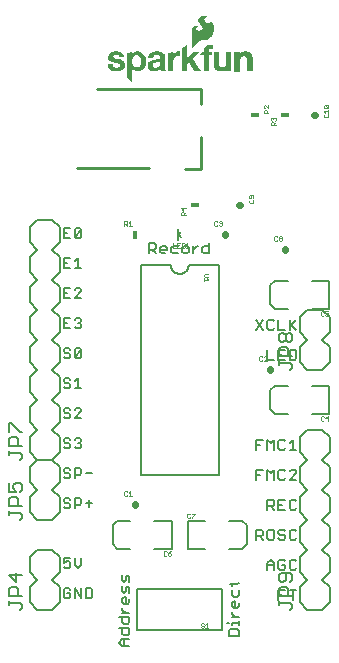
<source format=gbr>
G04 EAGLE Gerber RS-274X export*
G75*
%MOMM*%
%FSLAX34Y34*%
%LPD*%
%INSilkscreen Top*%
%IPPOS*%
%AMOC8*
5,1,8,0,0,1.08239X$1,22.5*%
G01*
%ADD10C,0.152400*%
%ADD11C,0.203200*%
%ADD12C,0.050800*%
%ADD13C,0.558800*%
%ADD14C,0.025400*%
%ADD15R,0.457200X0.762000*%
%ADD16C,0.127000*%
%ADD17R,0.762000X0.457200*%
%ADD18C,0.254000*%

G36*
X137170Y525681D02*
X137170Y525681D01*
X137174Y525679D01*
X137244Y525715D01*
X137254Y525720D01*
X137255Y525721D01*
X142127Y531203D01*
X142981Y531985D01*
X143971Y532574D01*
X144322Y532701D01*
X144690Y532766D01*
X146965Y532766D01*
X146970Y532768D01*
X146976Y532766D01*
X148340Y532890D01*
X148350Y532896D01*
X148362Y532894D01*
X149681Y533262D01*
X149689Y533270D01*
X149702Y533271D01*
X150932Y533871D01*
X150939Y533878D01*
X150950Y533881D01*
X152107Y534698D01*
X152112Y534706D01*
X152121Y534709D01*
X153152Y535681D01*
X153155Y535689D01*
X153161Y535691D01*
X153162Y535693D01*
X153164Y535694D01*
X154049Y536801D01*
X154051Y536811D01*
X154060Y536818D01*
X155007Y538499D01*
X155008Y538510D01*
X155016Y538520D01*
X155644Y540344D01*
X155643Y540355D01*
X155650Y540366D01*
X155938Y542273D01*
X155935Y542284D01*
X155940Y542296D01*
X155938Y542348D01*
X155930Y542600D01*
X155926Y542726D01*
X155926Y542727D01*
X155918Y542979D01*
X155910Y543232D01*
X155906Y543358D01*
X155898Y543610D01*
X155887Y543989D01*
X155879Y544224D01*
X155875Y544233D01*
X155877Y544245D01*
X155670Y545284D01*
X155665Y545292D01*
X155665Y545303D01*
X155307Y546300D01*
X155301Y546307D01*
X155300Y546318D01*
X154798Y547252D01*
X154789Y547259D01*
X154786Y547271D01*
X153879Y548408D01*
X153868Y548414D01*
X153861Y548427D01*
X152735Y549348D01*
X152692Y549360D01*
X152651Y549376D01*
X152646Y549374D01*
X152640Y549375D01*
X152602Y549354D01*
X152562Y549335D01*
X152559Y549329D01*
X152555Y549327D01*
X152547Y549298D01*
X152529Y549250D01*
X152529Y548370D01*
X152513Y548250D01*
X152469Y548147D01*
X152195Y547807D01*
X151834Y547559D01*
X151660Y547494D01*
X151122Y547436D01*
X150592Y547534D01*
X150104Y547783D01*
X149202Y548434D01*
X148790Y548788D01*
X148439Y549198D01*
X148156Y549656D01*
X147950Y550150D01*
X147891Y550450D01*
X147903Y550753D01*
X148060Y551272D01*
X148346Y551732D01*
X148741Y552102D01*
X149222Y552357D01*
X149712Y552496D01*
X150223Y552553D01*
X150826Y552553D01*
X150827Y552553D01*
X150849Y552562D01*
X150917Y552591D01*
X150952Y552683D01*
X150948Y552692D01*
X150914Y552768D01*
X150912Y552771D01*
X150911Y552772D01*
X150910Y552773D01*
X150889Y552793D01*
X150882Y552796D01*
X150878Y552804D01*
X150443Y553142D01*
X150428Y553146D01*
X150416Y553158D01*
X149912Y553379D01*
X149911Y553379D01*
X149555Y553531D01*
X149327Y553632D01*
X149317Y553633D01*
X149307Y553639D01*
X148429Y553859D01*
X148420Y553858D01*
X148410Y553862D01*
X147510Y553948D01*
X147500Y553944D01*
X147488Y553948D01*
X146620Y553882D01*
X146609Y553876D01*
X146596Y553877D01*
X145756Y553646D01*
X145746Y553638D01*
X145733Y553637D01*
X144953Y553249D01*
X144946Y553241D01*
X144935Y553238D01*
X144158Y552678D01*
X144154Y552671D01*
X144145Y552667D01*
X143449Y552009D01*
X143444Y551998D01*
X143433Y551990D01*
X143002Y551387D01*
X142999Y551372D01*
X142987Y551359D01*
X142720Y550667D01*
X142720Y550651D01*
X142712Y550636D01*
X142625Y549899D01*
X142630Y549884D01*
X142626Y549867D01*
X142725Y549132D01*
X142733Y549119D01*
X142733Y549102D01*
X143013Y548414D01*
X143022Y548405D01*
X143025Y548391D01*
X144212Y546633D01*
X144220Y546628D01*
X144224Y546617D01*
X145677Y545076D01*
X146047Y544641D01*
X146287Y544138D01*
X146389Y543590D01*
X146346Y543034D01*
X146160Y542509D01*
X145845Y542049D01*
X145420Y541684D01*
X144877Y541391D01*
X144291Y541193D01*
X143681Y541096D01*
X142970Y541131D01*
X142292Y541338D01*
X141686Y541703D01*
X141373Y542031D01*
X141167Y542435D01*
X141074Y542851D01*
X141074Y543279D01*
X141167Y543694D01*
X141239Y543832D01*
X141357Y543946D01*
X142181Y544545D01*
X142314Y544616D01*
X142452Y544644D01*
X142610Y544628D01*
X142653Y544642D01*
X142698Y544653D01*
X142700Y544657D01*
X142704Y544658D01*
X142724Y544699D01*
X142747Y544738D01*
X142746Y544742D01*
X142748Y544746D01*
X142733Y544789D01*
X142720Y544833D01*
X142717Y544835D01*
X142716Y544839D01*
X142678Y544858D01*
X142642Y544879D01*
X142159Y544955D01*
X142154Y544954D01*
X142149Y544956D01*
X141209Y545029D01*
X141200Y545026D01*
X141189Y545029D01*
X140249Y544956D01*
X140239Y544951D01*
X140227Y544952D01*
X139528Y544768D01*
X139518Y544760D01*
X139504Y544759D01*
X138856Y544438D01*
X138848Y544429D01*
X138834Y544425D01*
X138264Y543980D01*
X138258Y543969D01*
X138246Y543963D01*
X137776Y543413D01*
X137772Y543401D01*
X137761Y543392D01*
X137360Y542660D01*
X137359Y542647D01*
X137350Y542636D01*
X137110Y541837D01*
X137111Y541824D01*
X137105Y541811D01*
X137035Y540980D01*
X137037Y540974D01*
X137035Y540969D01*
X137035Y525805D01*
X137037Y525800D01*
X137035Y525796D01*
X137056Y525756D01*
X137073Y525714D01*
X137078Y525713D01*
X137080Y525708D01*
X137123Y525695D01*
X137165Y525679D01*
X137170Y525681D01*
G37*
G36*
X86747Y497893D02*
X86747Y497893D01*
X86750Y497892D01*
X86792Y497913D01*
X86834Y497933D01*
X86835Y497935D01*
X86837Y497936D01*
X86844Y497958D01*
X86867Y498018D01*
X86867Y509122D01*
X86868Y509120D01*
X87388Y508404D01*
X87399Y508397D01*
X87406Y508384D01*
X88066Y507794D01*
X88078Y507790D01*
X88088Y507779D01*
X88857Y507342D01*
X88870Y507340D01*
X88882Y507331D01*
X89726Y507067D01*
X89737Y507068D01*
X89748Y507062D01*
X90965Y506907D01*
X90974Y506909D01*
X90983Y506906D01*
X92210Y506923D01*
X92218Y506926D01*
X92228Y506924D01*
X93440Y507113D01*
X93449Y507118D01*
X93460Y507118D01*
X94379Y507412D01*
X94387Y507419D01*
X94399Y507421D01*
X95255Y507867D01*
X95261Y507875D01*
X95273Y507878D01*
X96041Y508463D01*
X96046Y508472D01*
X96057Y508477D01*
X96714Y509184D01*
X96718Y509194D01*
X96728Y509201D01*
X97500Y510386D01*
X97502Y510396D01*
X97510Y510405D01*
X98066Y511705D01*
X98066Y511716D01*
X98073Y511726D01*
X98396Y513102D01*
X98394Y513113D01*
X98399Y513124D01*
X98517Y515339D01*
X98513Y515350D01*
X98516Y515362D01*
X98233Y517562D01*
X98228Y517572D01*
X98228Y517584D01*
X97554Y519697D01*
X97546Y519707D01*
X97544Y519720D01*
X96965Y520761D01*
X96954Y520769D01*
X96949Y520783D01*
X96157Y521673D01*
X96148Y521678D01*
X96141Y521688D01*
X95317Y522341D01*
X95309Y522343D01*
X95303Y522350D01*
X94401Y522891D01*
X94391Y522893D01*
X94382Y522901D01*
X93358Y523301D01*
X93345Y523301D01*
X93333Y523308D01*
X92248Y523491D01*
X92237Y523489D01*
X92225Y523493D01*
X90244Y523468D01*
X90233Y523463D01*
X90220Y523466D01*
X89738Y523364D01*
X89729Y523357D01*
X89717Y523357D01*
X88396Y522824D01*
X88389Y522817D01*
X88379Y522816D01*
X87985Y522583D01*
X87978Y522574D01*
X87966Y522569D01*
X87623Y522268D01*
X87620Y522262D01*
X87613Y522259D01*
X86724Y521294D01*
X86724Y521293D01*
X86723Y521292D01*
X86589Y521143D01*
X86613Y523060D01*
X86607Y523075D01*
X86610Y523089D01*
X86590Y523118D01*
X86576Y523152D01*
X86562Y523157D01*
X86553Y523170D01*
X86512Y523177D01*
X86485Y523188D01*
X86475Y523184D01*
X86464Y523186D01*
X82578Y522450D01*
X82544Y522428D01*
X82508Y522411D01*
X82504Y522401D01*
X82496Y522395D01*
X82490Y522366D01*
X82475Y522326D01*
X82475Y501752D01*
X82477Y501746D01*
X82475Y501739D01*
X82504Y501682D01*
X82513Y501661D01*
X82515Y501660D01*
X82516Y501658D01*
X86656Y497924D01*
X86701Y497909D01*
X86745Y497892D01*
X86747Y497893D01*
G37*
G36*
X105934Y506875D02*
X105934Y506875D01*
X105945Y506872D01*
X107563Y507113D01*
X107572Y507119D01*
X107585Y507118D01*
X108620Y507471D01*
X108629Y507478D01*
X108641Y507480D01*
X109592Y508020D01*
X109600Y508029D01*
X109612Y508034D01*
X110439Y508737D01*
X110463Y508753D01*
X110472Y508754D01*
X110480Y508752D01*
X110487Y508746D01*
X110496Y508723D01*
X110723Y507694D01*
X110725Y507691D01*
X110724Y507688D01*
X110800Y507408D01*
X110811Y507394D01*
X110815Y507375D01*
X110836Y507339D01*
X110860Y507322D01*
X110887Y507293D01*
X110924Y507274D01*
X110954Y507272D01*
X110992Y507261D01*
X111028Y507264D01*
X115062Y507264D01*
X115085Y507273D01*
X115110Y507273D01*
X115128Y507292D01*
X115153Y507302D01*
X115162Y507325D01*
X115179Y507343D01*
X115180Y507372D01*
X115188Y507394D01*
X115180Y507412D01*
X115180Y507434D01*
X115106Y507633D01*
X114757Y508928D01*
X114655Y510265D01*
X114680Y514603D01*
X114679Y514606D01*
X114680Y514608D01*
X114660Y514651D01*
X114647Y514684D01*
X114655Y514706D01*
X114655Y519532D01*
X114652Y519539D01*
X114654Y519548D01*
X114563Y520283D01*
X114556Y520296D01*
X114556Y520313D01*
X114289Y521004D01*
X114278Y521014D01*
X114274Y521031D01*
X113847Y521636D01*
X113834Y521644D01*
X113826Y521659D01*
X113264Y522142D01*
X113251Y522146D01*
X113241Y522157D01*
X111938Y522851D01*
X111926Y522852D01*
X111915Y522860D01*
X110501Y523285D01*
X110491Y523284D01*
X110482Y523289D01*
X108743Y523519D01*
X108735Y523517D01*
X108727Y523520D01*
X106973Y523528D01*
X106966Y523525D01*
X106957Y523528D01*
X105217Y523314D01*
X105209Y523310D01*
X105199Y523311D01*
X103970Y522977D01*
X103962Y522970D01*
X103951Y522970D01*
X102793Y522441D01*
X102785Y522432D01*
X102772Y522429D01*
X101955Y521855D01*
X101948Y521844D01*
X101935Y521838D01*
X101252Y521108D01*
X101249Y521099D01*
X101247Y521099D01*
X101245Y521094D01*
X101236Y521087D01*
X100717Y520234D01*
X100715Y520221D01*
X100705Y520210D01*
X100371Y519269D01*
X100372Y519256D01*
X100365Y519243D01*
X100243Y518352D01*
X100240Y518350D01*
X100239Y518350D01*
X100220Y518301D01*
X100204Y518258D01*
X100206Y518253D01*
X100239Y518175D01*
X100264Y518149D01*
X100304Y518131D01*
X100342Y518110D01*
X100348Y518112D01*
X100355Y518110D01*
X100395Y518127D01*
X100425Y518136D01*
X104572Y518136D01*
X104574Y518137D01*
X104576Y518136D01*
X104619Y518156D01*
X104663Y518174D01*
X104663Y518176D01*
X104665Y518177D01*
X104698Y518262D01*
X104698Y518305D01*
X104761Y518836D01*
X104945Y519331D01*
X105240Y519769D01*
X105630Y520125D01*
X106094Y520380D01*
X106655Y520545D01*
X107242Y520599D01*
X108597Y520549D01*
X108966Y520488D01*
X109312Y520360D01*
X109626Y520167D01*
X109879Y519933D01*
X110078Y519654D01*
X110217Y519340D01*
X110328Y518819D01*
X110328Y518288D01*
X110217Y517767D01*
X110175Y517670D01*
X110115Y517583D01*
X109831Y517322D01*
X109403Y517076D01*
X108934Y516911D01*
X107628Y516685D01*
X105422Y516457D01*
X105418Y516454D01*
X105413Y516455D01*
X103876Y516177D01*
X103868Y516173D01*
X103859Y516173D01*
X102374Y515689D01*
X102366Y515682D01*
X102354Y515681D01*
X101658Y515315D01*
X101650Y515305D01*
X101637Y515301D01*
X101027Y514803D01*
X101021Y514792D01*
X101011Y514786D01*
X101010Y514786D01*
X101009Y514785D01*
X100511Y514176D01*
X100507Y514163D01*
X100496Y514152D01*
X100067Y513290D01*
X100066Y513275D01*
X100057Y513261D01*
X99851Y512320D01*
X99853Y512307D01*
X99848Y512293D01*
X99845Y511232D01*
X99850Y511222D01*
X99847Y511209D01*
X100036Y510165D01*
X100042Y510156D01*
X100042Y510143D01*
X100415Y509150D01*
X100423Y509141D01*
X100425Y509129D01*
X100717Y508646D01*
X100726Y508639D01*
X100731Y508627D01*
X101108Y508207D01*
X101119Y508202D01*
X101126Y508191D01*
X101574Y507849D01*
X101587Y507845D01*
X101597Y507835D01*
X102866Y507229D01*
X102879Y507229D01*
X102892Y507220D01*
X104264Y506912D01*
X104276Y506914D01*
X104289Y506909D01*
X105924Y506871D01*
X105934Y506875D01*
G37*
G36*
X133301Y507138D02*
X133301Y507138D01*
X133303Y507137D01*
X133346Y507157D01*
X133390Y507175D01*
X133390Y507177D01*
X133392Y507178D01*
X133425Y507263D01*
X133425Y512671D01*
X135080Y514278D01*
X139313Y507300D01*
X139328Y507289D01*
X139336Y507272D01*
X139370Y507259D01*
X139393Y507242D01*
X139406Y507244D01*
X139420Y507239D01*
X144500Y507214D01*
X144536Y507229D01*
X144574Y507237D01*
X144580Y507247D01*
X144591Y507252D01*
X144606Y507288D01*
X144626Y507321D01*
X144623Y507333D01*
X144627Y507343D01*
X144615Y507371D01*
X144606Y507410D01*
X138009Y517305D01*
X143700Y522871D01*
X143701Y522872D01*
X143703Y522873D01*
X143720Y522918D01*
X143738Y522962D01*
X143738Y522963D01*
X143738Y522965D01*
X143718Y523008D01*
X143699Y523052D01*
X143698Y523053D01*
X143697Y523054D01*
X143612Y523087D01*
X138938Y523087D01*
X138935Y523086D01*
X138932Y523087D01*
X138849Y523050D01*
X133374Y517576D01*
X133374Y529006D01*
X133361Y529038D01*
X133356Y529072D01*
X133342Y529082D01*
X133336Y529097D01*
X133304Y529109D01*
X133275Y529129D01*
X133258Y529127D01*
X133244Y529132D01*
X133219Y529121D01*
X133185Y529116D01*
X129045Y526754D01*
X129033Y526737D01*
X129015Y526729D01*
X129002Y526697D01*
X128986Y526675D01*
X128988Y526660D01*
X128982Y526644D01*
X128982Y507314D01*
X128983Y507311D01*
X128982Y507308D01*
X129019Y507225D01*
X129070Y507174D01*
X129073Y507173D01*
X129074Y507170D01*
X129159Y507137D01*
X133299Y507137D01*
X133301Y507138D01*
G37*
G36*
X162228Y506863D02*
X162228Y506863D01*
X162235Y506866D01*
X162244Y506865D01*
X163722Y507088D01*
X163730Y507093D01*
X163740Y507092D01*
X164002Y507173D01*
X164010Y507179D01*
X164022Y507181D01*
X164267Y507303D01*
X164274Y507310D01*
X164284Y507313D01*
X165214Y507972D01*
X165219Y507980D01*
X165228Y507983D01*
X166055Y508768D01*
X166058Y508776D01*
X166067Y508781D01*
X166574Y509422D01*
X166574Y507365D01*
X166575Y507363D01*
X166574Y507361D01*
X166594Y507318D01*
X166612Y507274D01*
X166614Y507274D01*
X166615Y507272D01*
X166700Y507239D01*
X170713Y507239D01*
X170715Y507240D01*
X170717Y507239D01*
X170760Y507259D01*
X170804Y507277D01*
X170804Y507279D01*
X170806Y507280D01*
X170839Y507365D01*
X170839Y522986D01*
X170838Y522988D01*
X170839Y522990D01*
X170819Y523033D01*
X170801Y523077D01*
X170799Y523077D01*
X170798Y523079D01*
X170713Y523112D01*
X166497Y523112D01*
X166495Y523111D01*
X166493Y523112D01*
X166450Y523092D01*
X166406Y523074D01*
X166406Y523072D01*
X166404Y523071D01*
X166371Y522986D01*
X166371Y514684D01*
X166295Y513454D01*
X166070Y512250D01*
X165861Y511700D01*
X165534Y511215D01*
X165103Y510818D01*
X164593Y510530D01*
X163902Y510318D01*
X163181Y510251D01*
X162462Y510331D01*
X161773Y510554D01*
X161378Y510779D01*
X161037Y511080D01*
X160765Y511442D01*
X160422Y512210D01*
X160273Y513040D01*
X160273Y523037D01*
X160272Y523039D01*
X160273Y523041D01*
X160253Y523084D01*
X160235Y523128D01*
X160233Y523128D01*
X160232Y523130D01*
X160147Y523163D01*
X156007Y523163D01*
X156005Y523162D01*
X156003Y523163D01*
X155960Y523143D01*
X155916Y523125D01*
X155916Y523123D01*
X155914Y523122D01*
X155881Y523037D01*
X155881Y512242D01*
X155883Y512237D01*
X155881Y512230D01*
X155982Y511131D01*
X155987Y511122D01*
X155987Y511121D01*
X155988Y511119D01*
X155986Y511108D01*
X156286Y510045D01*
X156293Y510036D01*
X156294Y510023D01*
X156782Y509033D01*
X156791Y509025D01*
X156795Y509013D01*
X157455Y508128D01*
X157465Y508121D01*
X157472Y508109D01*
X157726Y507881D01*
X157734Y507878D01*
X157735Y507876D01*
X157740Y507874D01*
X157746Y507866D01*
X158648Y507340D01*
X158660Y507339D01*
X158670Y507330D01*
X159656Y506987D01*
X159668Y506988D01*
X159680Y506981D01*
X160713Y506834D01*
X160723Y506837D01*
X160734Y506833D01*
X162228Y506863D01*
G37*
G36*
X177421Y507164D02*
X177421Y507164D01*
X177423Y507163D01*
X177466Y507183D01*
X177510Y507201D01*
X177510Y507203D01*
X177512Y507204D01*
X177545Y507289D01*
X177545Y516655D01*
X177626Y517438D01*
X177842Y518188D01*
X178205Y518867D01*
X178722Y519436D01*
X179179Y519750D01*
X179695Y519954D01*
X180251Y520041D01*
X181356Y520091D01*
X181672Y520074D01*
X181972Y519997D01*
X182407Y519780D01*
X182781Y519471D01*
X183077Y519084D01*
X183387Y518442D01*
X183578Y517754D01*
X183643Y517036D01*
X183643Y507390D01*
X183644Y507388D01*
X183643Y507386D01*
X183663Y507343D01*
X183681Y507299D01*
X183683Y507299D01*
X183684Y507297D01*
X183769Y507264D01*
X187858Y507264D01*
X187860Y507265D01*
X187862Y507264D01*
X187905Y507284D01*
X187949Y507302D01*
X187949Y507304D01*
X187951Y507305D01*
X187984Y507390D01*
X187984Y517931D01*
X187982Y517936D01*
X187984Y517941D01*
X187894Y519070D01*
X187890Y519078D01*
X187891Y519087D01*
X187651Y520194D01*
X187646Y520202D01*
X187646Y520212D01*
X187377Y520917D01*
X187369Y520925D01*
X187367Y520937D01*
X186983Y521586D01*
X186974Y521592D01*
X186970Y521604D01*
X186481Y522179D01*
X186470Y522184D01*
X186463Y522196D01*
X185678Y522814D01*
X185665Y522817D01*
X185654Y522829D01*
X184749Y523251D01*
X184735Y523252D01*
X184721Y523260D01*
X183744Y523466D01*
X183733Y523463D01*
X183721Y523468D01*
X181715Y523518D01*
X181705Y523514D01*
X181694Y523517D01*
X180642Y523362D01*
X180631Y523355D01*
X180617Y523355D01*
X179620Y522986D01*
X179610Y522977D01*
X179596Y522974D01*
X178698Y522407D01*
X178691Y522398D01*
X178680Y522394D01*
X178219Y521978D01*
X178216Y521970D01*
X178208Y521966D01*
X177806Y521493D01*
X177804Y521488D01*
X177800Y521486D01*
X177523Y521108D01*
X177409Y520972D01*
X177367Y520943D01*
X177367Y523011D01*
X177366Y523013D01*
X177367Y523015D01*
X177347Y523058D01*
X177329Y523102D01*
X177327Y523102D01*
X177326Y523104D01*
X177241Y523137D01*
X173203Y523137D01*
X173201Y523136D01*
X173199Y523137D01*
X173156Y523117D01*
X173112Y523099D01*
X173112Y523097D01*
X173110Y523096D01*
X173077Y523011D01*
X173077Y507289D01*
X173078Y507287D01*
X173077Y507285D01*
X173097Y507242D01*
X173115Y507198D01*
X173117Y507198D01*
X173118Y507196D01*
X173203Y507163D01*
X177419Y507163D01*
X177421Y507164D01*
G37*
G36*
X74839Y506930D02*
X74839Y506930D01*
X74845Y506932D01*
X74852Y506931D01*
X76166Y507113D01*
X76174Y507117D01*
X76183Y507117D01*
X77183Y507399D01*
X77192Y507406D01*
X77204Y507407D01*
X78139Y507858D01*
X78146Y507866D01*
X78158Y507869D01*
X79002Y508475D01*
X79007Y508485D01*
X79018Y508490D01*
X79744Y509233D01*
X79748Y509243D01*
X79759Y509251D01*
X80138Y509815D01*
X80140Y509826D01*
X80149Y509836D01*
X80415Y510461D01*
X80415Y510473D01*
X80423Y510484D01*
X80565Y511148D01*
X80564Y511157D01*
X80568Y511166D01*
X80644Y512207D01*
X80641Y512216D01*
X80644Y512227D01*
X80550Y513282D01*
X80543Y513295D01*
X80543Y513311D01*
X80206Y514314D01*
X80197Y514325D01*
X80194Y514340D01*
X79942Y514752D01*
X79932Y514759D01*
X79926Y514773D01*
X79594Y515123D01*
X79583Y515127D01*
X79577Y515138D01*
X78885Y515646D01*
X78877Y515648D01*
X78870Y515656D01*
X78114Y516061D01*
X78105Y516062D01*
X78098Y516068D01*
X76442Y516678D01*
X76434Y516678D01*
X76426Y516683D01*
X74703Y517064D01*
X74702Y517064D01*
X74701Y517065D01*
X72678Y517469D01*
X71926Y517741D01*
X71251Y518157D01*
X70968Y518450D01*
X70784Y518811D01*
X70719Y519180D01*
X70767Y519552D01*
X70922Y519894D01*
X71155Y520162D01*
X71456Y520357D01*
X71880Y520514D01*
X72329Y520599D01*
X73178Y520643D01*
X74025Y520599D01*
X74521Y520501D01*
X74988Y520312D01*
X75411Y520041D01*
X75686Y519777D01*
X75904Y519464D01*
X76054Y519112D01*
X76109Y518869D01*
X76125Y518609D01*
X76146Y518567D01*
X76166Y518524D01*
X76168Y518523D01*
X76169Y518521D01*
X76188Y518515D01*
X76251Y518491D01*
X80137Y518491D01*
X80146Y518494D01*
X80154Y518492D01*
X80190Y518513D01*
X80228Y518529D01*
X80231Y518538D01*
X80239Y518543D01*
X80253Y518594D01*
X80263Y518621D01*
X80261Y518625D01*
X80262Y518628D01*
X80262Y518629D01*
X80263Y518630D01*
X80187Y519341D01*
X80181Y519351D01*
X80183Y519362D01*
X80178Y519368D01*
X80178Y519375D01*
X80186Y519388D01*
X80180Y519412D01*
X80183Y519421D01*
X80179Y519429D01*
X80180Y519448D01*
X79977Y520006D01*
X79973Y520010D01*
X79973Y520015D01*
X79617Y520803D01*
X79610Y520809D01*
X79608Y520820D01*
X79322Y521262D01*
X79314Y521267D01*
X79310Y521277D01*
X78962Y521673D01*
X78952Y521677D01*
X78945Y521688D01*
X77986Y522445D01*
X77973Y522449D01*
X77963Y522459D01*
X76866Y522997D01*
X76854Y522998D01*
X76843Y523006D01*
X75492Y523374D01*
X75482Y523373D01*
X75472Y523378D01*
X74079Y523518D01*
X74073Y523516D01*
X74066Y523518D01*
X72263Y523518D01*
X72257Y523516D01*
X72249Y523518D01*
X70820Y523363D01*
X70810Y523357D01*
X70797Y523358D01*
X69419Y522947D01*
X69410Y522940D01*
X69398Y522939D01*
X68117Y522285D01*
X68109Y522276D01*
X68097Y522273D01*
X67621Y521904D01*
X67615Y521893D01*
X67603Y521887D01*
X67209Y521432D01*
X67205Y521421D01*
X67194Y521412D01*
X66895Y520890D01*
X66894Y520877D01*
X66885Y520867D01*
X66527Y519783D01*
X66528Y519771D01*
X66522Y519758D01*
X66393Y518624D01*
X66396Y518612D01*
X66393Y518598D01*
X66498Y517462D01*
X66504Y517451D01*
X66503Y517437D01*
X66655Y516948D01*
X66663Y516938D01*
X66665Y516924D01*
X66914Y516477D01*
X66925Y516469D01*
X66929Y516455D01*
X67266Y516070D01*
X67276Y516065D01*
X67282Y516054D01*
X67959Y515517D01*
X67968Y515514D01*
X67975Y515506D01*
X68726Y515079D01*
X68735Y515078D01*
X68743Y515071D01*
X69551Y514765D01*
X69559Y514765D01*
X69567Y514760D01*
X73198Y513897D01*
X74372Y513591D01*
X75479Y513121D01*
X75815Y512890D01*
X76081Y512586D01*
X76261Y512224D01*
X76346Y511829D01*
X76329Y511425D01*
X76212Y511040D01*
X76004Y510695D01*
X75716Y510411D01*
X75203Y510099D01*
X74636Y509902D01*
X74033Y509828D01*
X72703Y509828D01*
X72141Y509901D01*
X71554Y510118D01*
X71027Y510455D01*
X70585Y510898D01*
X70330Y511312D01*
X70183Y511774D01*
X70154Y512271D01*
X70154Y512318D01*
X70153Y512320D01*
X70154Y512322D01*
X70134Y512365D01*
X70116Y512409D01*
X70114Y512409D01*
X70113Y512411D01*
X70028Y512444D01*
X66167Y512444D01*
X66161Y512442D01*
X66154Y512444D01*
X66142Y512437D01*
X66128Y512438D01*
X66126Y512437D01*
X66125Y512437D01*
X66103Y512417D01*
X66076Y512406D01*
X66074Y512399D01*
X66068Y512396D01*
X66063Y512382D01*
X66053Y512373D01*
X66053Y512372D01*
X66052Y512370D01*
X66051Y512343D01*
X66049Y512336D01*
X66041Y512314D01*
X66042Y512312D01*
X66041Y512309D01*
X66066Y511953D01*
X66069Y511947D01*
X66068Y511940D01*
X66170Y511356D01*
X66175Y511348D01*
X66174Y511337D01*
X66606Y510067D01*
X66613Y510060D01*
X66614Y510050D01*
X66923Y509454D01*
X66933Y509447D01*
X66937Y509434D01*
X67357Y508910D01*
X67368Y508905D01*
X67374Y508893D01*
X67889Y508462D01*
X67897Y508460D01*
X67902Y508453D01*
X69096Y507691D01*
X69104Y507689D01*
X69111Y507682D01*
X69968Y507285D01*
X69981Y507284D01*
X69993Y507276D01*
X70914Y507064D01*
X70923Y507066D01*
X70933Y507061D01*
X73499Y506883D01*
X73506Y506885D01*
X73512Y506883D01*
X74839Y506930D01*
G37*
G36*
X151538Y507164D02*
X151538Y507164D01*
X151540Y507163D01*
X151583Y507183D01*
X151627Y507201D01*
X151627Y507203D01*
X151629Y507204D01*
X151662Y507289D01*
X151662Y520193D01*
X154534Y520193D01*
X154536Y520194D01*
X154538Y520193D01*
X154581Y520213D01*
X154625Y520231D01*
X154625Y520233D01*
X154627Y520234D01*
X154660Y520319D01*
X154660Y522986D01*
X154659Y522988D01*
X154660Y522990D01*
X154640Y523033D01*
X154622Y523077D01*
X154620Y523077D01*
X154619Y523079D01*
X154534Y523112D01*
X151688Y523112D01*
X151688Y524374D01*
X151751Y524836D01*
X151926Y525259D01*
X152108Y525491D01*
X152348Y525661D01*
X152630Y525758D01*
X153530Y525841D01*
X154445Y525756D01*
X154725Y525730D01*
X154731Y525732D01*
X154737Y525730D01*
X154813Y525730D01*
X154815Y525731D01*
X154817Y525730D01*
X154860Y525750D01*
X154904Y525768D01*
X154904Y525770D01*
X154906Y525771D01*
X154939Y525856D01*
X154939Y528879D01*
X154939Y528880D01*
X154939Y528882D01*
X154939Y528883D01*
X154919Y528926D01*
X154901Y528970D01*
X154899Y528970D01*
X154898Y528972D01*
X154813Y529005D01*
X154791Y529005D01*
X153474Y529081D01*
X153471Y529080D01*
X153467Y529081D01*
X151917Y529081D01*
X151907Y529077D01*
X151896Y529079D01*
X150883Y528905D01*
X150873Y528898D01*
X150859Y528898D01*
X149901Y528529D01*
X149892Y528521D01*
X149879Y528518D01*
X149011Y527968D01*
X149005Y527958D01*
X148998Y527956D01*
X148998Y527955D01*
X148992Y527953D01*
X148249Y527243D01*
X148244Y527233D01*
X148233Y527225D01*
X147893Y526748D01*
X147891Y526737D01*
X147882Y526728D01*
X147633Y526197D01*
X147633Y526186D01*
X147625Y526176D01*
X147477Y525609D01*
X147478Y525598D01*
X147473Y525587D01*
X147296Y523453D01*
X147298Y523449D01*
X147296Y523445D01*
X147296Y523443D01*
X147296Y523112D01*
X146050Y523112D01*
X146047Y523111D01*
X146044Y523112D01*
X145961Y523075D01*
X143294Y520408D01*
X143293Y520408D01*
X143293Y520407D01*
X143275Y520362D01*
X143257Y520317D01*
X143257Y520316D01*
X143277Y520271D01*
X143297Y520227D01*
X143298Y520226D01*
X143382Y520193D01*
X147245Y520169D01*
X147245Y507289D01*
X147246Y507287D01*
X147245Y507285D01*
X147265Y507242D01*
X147283Y507198D01*
X147285Y507198D01*
X147286Y507196D01*
X147371Y507163D01*
X151536Y507163D01*
X151538Y507164D01*
G37*
G36*
X121414Y507265D02*
X121414Y507265D01*
X121416Y507264D01*
X121459Y507284D01*
X121503Y507302D01*
X121503Y507304D01*
X121505Y507305D01*
X121538Y507390D01*
X121538Y515209D01*
X121611Y516055D01*
X121811Y516874D01*
X122172Y517667D01*
X122697Y518359D01*
X123364Y518919D01*
X123843Y519183D01*
X124361Y519364D01*
X124903Y519456D01*
X126428Y519456D01*
X127025Y519331D01*
X127028Y519332D01*
X127031Y519330D01*
X127183Y519305D01*
X127192Y519308D01*
X127203Y519304D01*
X127229Y519304D01*
X127231Y519305D01*
X127233Y519304D01*
X127276Y519324D01*
X127320Y519342D01*
X127320Y519344D01*
X127322Y519345D01*
X127355Y519430D01*
X127355Y523291D01*
X127337Y523335D01*
X127319Y523380D01*
X127317Y523380D01*
X127317Y523382D01*
X127300Y523388D01*
X127236Y523417D01*
X125864Y523493D01*
X125854Y523489D01*
X125842Y523492D01*
X125141Y523408D01*
X125131Y523402D01*
X125117Y523403D01*
X124447Y523180D01*
X124438Y523171D01*
X124424Y523169D01*
X123813Y522816D01*
X123811Y522813D01*
X123807Y522812D01*
X122918Y522227D01*
X122915Y522224D01*
X122910Y522222D01*
X122516Y521920D01*
X122509Y521908D01*
X122495Y521900D01*
X122179Y521517D01*
X122177Y521511D01*
X122171Y521506D01*
X121485Y520464D01*
X121306Y520196D01*
X121259Y520181D01*
X121259Y522961D01*
X121254Y522974D01*
X121257Y522987D01*
X121235Y523017D01*
X121221Y523052D01*
X121208Y523057D01*
X121200Y523068D01*
X121157Y523076D01*
X121129Y523087D01*
X121121Y523083D01*
X121111Y523085D01*
X117250Y522399D01*
X117216Y522377D01*
X117179Y522360D01*
X117175Y522351D01*
X117167Y522346D01*
X117162Y522316D01*
X117146Y522275D01*
X117120Y507390D01*
X117121Y507388D01*
X117120Y507386D01*
X117140Y507343D01*
X117158Y507299D01*
X117160Y507299D01*
X117161Y507297D01*
X117246Y507264D01*
X121412Y507264D01*
X121414Y507265D01*
G37*
%LPC*%
G36*
X89905Y510158D02*
X89905Y510158D01*
X89183Y510310D01*
X88505Y510600D01*
X87996Y510963D01*
X87584Y511432D01*
X87285Y511996D01*
X87279Y512000D01*
X87278Y512007D01*
X87227Y512083D01*
X87226Y512084D01*
X87226Y512085D01*
X87184Y512145D01*
X87172Y512204D01*
X87172Y512242D01*
X87172Y512243D01*
X87172Y512244D01*
X87153Y512288D01*
X87134Y512333D01*
X87133Y512333D01*
X87132Y512334D01*
X87087Y512351D01*
X87065Y512359D01*
X87065Y512364D01*
X87074Y512399D01*
X87069Y512436D01*
X87063Y512447D01*
X87064Y512460D01*
X86839Y513135D01*
X86715Y513904D01*
X86689Y516450D01*
X86799Y517265D01*
X87066Y518039D01*
X87479Y518746D01*
X88077Y519426D01*
X88789Y519982D01*
X89127Y520144D01*
X89499Y520218D01*
X90574Y520269D01*
X91141Y520223D01*
X91683Y520067D01*
X92183Y519807D01*
X92942Y519177D01*
X93539Y518391D01*
X93942Y517492D01*
X94133Y516522D01*
X94136Y514551D01*
X93832Y512604D01*
X93543Y511843D01*
X93071Y511185D01*
X92445Y510669D01*
X91706Y510331D01*
X90815Y510152D01*
X89905Y510158D01*
G37*
%LPD*%
%LPC*%
G36*
X105831Y509853D02*
X105831Y509853D01*
X105370Y509950D01*
X104949Y510153D01*
X104587Y510450D01*
X104396Y510700D01*
X104261Y510985D01*
X104190Y511293D01*
X104185Y511546D01*
X104183Y511672D01*
X104181Y511798D01*
X104181Y511799D01*
X104179Y511878D01*
X104286Y512453D01*
X104506Y512995D01*
X104710Y513293D01*
X104978Y513537D01*
X105452Y513821D01*
X105970Y514018D01*
X106520Y514123D01*
X107963Y514275D01*
X107967Y514277D01*
X107971Y514277D01*
X108963Y514446D01*
X108969Y514450D01*
X108978Y514449D01*
X109942Y514737D01*
X109951Y514744D01*
X109964Y514746D01*
X110171Y514853D01*
X110181Y514865D01*
X110197Y514871D01*
X110339Y514998D01*
X110339Y514706D01*
X110340Y514704D01*
X110339Y514702D01*
X110359Y514659D01*
X110359Y514657D01*
X110339Y514604D01*
X110339Y513770D01*
X110269Y512681D01*
X110062Y511611D01*
X110015Y511446D01*
X109908Y511197D01*
X109758Y510978D01*
X109014Y510259D01*
X108723Y510074D01*
X108401Y509952D01*
X107359Y509803D01*
X105831Y509853D01*
G37*
%LPD*%
D10*
X34464Y94495D02*
X28702Y94495D01*
X28702Y90174D01*
X31583Y91614D01*
X33024Y91614D01*
X34464Y90174D01*
X34464Y87293D01*
X33024Y85852D01*
X30143Y85852D01*
X28702Y87293D01*
X38057Y88733D02*
X38057Y94495D01*
X38057Y88733D02*
X40938Y85852D01*
X43819Y88733D01*
X43819Y94495D01*
X33024Y69095D02*
X34464Y67655D01*
X33024Y69095D02*
X30143Y69095D01*
X28702Y67655D01*
X28702Y61893D01*
X30143Y60452D01*
X33024Y60452D01*
X34464Y61893D01*
X34464Y64774D01*
X31583Y64774D01*
X38057Y69095D02*
X38057Y60452D01*
X43819Y60452D02*
X38057Y69095D01*
X43819Y69095D02*
X43819Y60452D01*
X47412Y60452D02*
X47412Y69095D01*
X47412Y60452D02*
X51734Y60452D01*
X53175Y61893D01*
X53175Y67655D01*
X51734Y69095D01*
X47412Y69095D01*
X34464Y194655D02*
X33024Y196095D01*
X30143Y196095D01*
X28702Y194655D01*
X28702Y193214D01*
X30143Y191774D01*
X33024Y191774D01*
X34464Y190333D01*
X34464Y188893D01*
X33024Y187452D01*
X30143Y187452D01*
X28702Y188893D01*
X38057Y194655D02*
X39498Y196095D01*
X42379Y196095D01*
X43819Y194655D01*
X43819Y193214D01*
X42379Y191774D01*
X40938Y191774D01*
X42379Y191774D02*
X43819Y190333D01*
X43819Y188893D01*
X42379Y187452D01*
X39498Y187452D01*
X38057Y188893D01*
X34464Y220055D02*
X33024Y221495D01*
X30143Y221495D01*
X28702Y220055D01*
X28702Y218614D01*
X30143Y217174D01*
X33024Y217174D01*
X34464Y215733D01*
X34464Y214293D01*
X33024Y212852D01*
X30143Y212852D01*
X28702Y214293D01*
X38057Y212852D02*
X43819Y212852D01*
X38057Y212852D02*
X43819Y218614D01*
X43819Y220055D01*
X42379Y221495D01*
X39498Y221495D01*
X38057Y220055D01*
X34464Y245455D02*
X33024Y246895D01*
X30143Y246895D01*
X28702Y245455D01*
X28702Y244014D01*
X30143Y242574D01*
X33024Y242574D01*
X34464Y241133D01*
X34464Y239693D01*
X33024Y238252D01*
X30143Y238252D01*
X28702Y239693D01*
X38057Y244014D02*
X40938Y246895D01*
X40938Y238252D01*
X38057Y238252D02*
X43819Y238252D01*
X34464Y270855D02*
X33024Y272295D01*
X30143Y272295D01*
X28702Y270855D01*
X28702Y269414D01*
X30143Y267974D01*
X33024Y267974D01*
X34464Y266533D01*
X34464Y265093D01*
X33024Y263652D01*
X30143Y263652D01*
X28702Y265093D01*
X38057Y265093D02*
X38057Y270855D01*
X39498Y272295D01*
X42379Y272295D01*
X43819Y270855D01*
X43819Y265093D01*
X42379Y263652D01*
X39498Y263652D01*
X38057Y265093D01*
X43819Y270855D01*
X34464Y297695D02*
X28702Y297695D01*
X28702Y289052D01*
X34464Y289052D01*
X31583Y293374D02*
X28702Y293374D01*
X38057Y296255D02*
X39498Y297695D01*
X42379Y297695D01*
X43819Y296255D01*
X43819Y294814D01*
X42379Y293374D01*
X40938Y293374D01*
X42379Y293374D02*
X43819Y291933D01*
X43819Y290493D01*
X42379Y289052D01*
X39498Y289052D01*
X38057Y290493D01*
X34464Y323095D02*
X28702Y323095D01*
X28702Y314452D01*
X34464Y314452D01*
X31583Y318774D02*
X28702Y318774D01*
X38057Y314452D02*
X43819Y314452D01*
X38057Y314452D02*
X43819Y320214D01*
X43819Y321655D01*
X42379Y323095D01*
X39498Y323095D01*
X38057Y321655D01*
X34464Y348495D02*
X28702Y348495D01*
X28702Y339852D01*
X34464Y339852D01*
X31583Y344174D02*
X28702Y344174D01*
X38057Y345614D02*
X40938Y348495D01*
X40938Y339852D01*
X38057Y339852D02*
X43819Y339852D01*
X34464Y373895D02*
X28702Y373895D01*
X28702Y365252D01*
X34464Y365252D01*
X31583Y369574D02*
X28702Y369574D01*
X38057Y366693D02*
X38057Y372455D01*
X39498Y373895D01*
X42379Y373895D01*
X43819Y372455D01*
X43819Y366693D01*
X42379Y365252D01*
X39498Y365252D01*
X38057Y366693D01*
X43819Y372455D01*
X33024Y145295D02*
X34464Y143855D01*
X33024Y145295D02*
X30143Y145295D01*
X28702Y143855D01*
X28702Y142414D01*
X30143Y140974D01*
X33024Y140974D01*
X34464Y139533D01*
X34464Y138093D01*
X33024Y136652D01*
X30143Y136652D01*
X28702Y138093D01*
X38057Y136652D02*
X38057Y145295D01*
X42379Y145295D01*
X43819Y143855D01*
X43819Y140974D01*
X42379Y139533D01*
X38057Y139533D01*
X47412Y140974D02*
X53175Y140974D01*
X50294Y143855D02*
X50294Y138093D01*
X34464Y169255D02*
X33024Y170695D01*
X30143Y170695D01*
X28702Y169255D01*
X28702Y167814D01*
X30143Y166374D01*
X33024Y166374D01*
X34464Y164933D01*
X34464Y163493D01*
X33024Y162052D01*
X30143Y162052D01*
X28702Y163493D01*
X38057Y162052D02*
X38057Y170695D01*
X42379Y170695D01*
X43819Y169255D01*
X43819Y166374D01*
X42379Y164933D01*
X38057Y164933D01*
X47412Y166374D02*
X53175Y166374D01*
X210652Y67825D02*
X210652Y59182D01*
X210652Y67825D02*
X216414Y67825D01*
X213533Y63504D02*
X210652Y63504D01*
X222888Y59182D02*
X222888Y67825D01*
X220007Y67825D02*
X225769Y67825D01*
X201296Y84582D02*
X201296Y90344D01*
X204178Y93225D01*
X207059Y90344D01*
X207059Y84582D01*
X207059Y88904D02*
X201296Y88904D01*
X214973Y93225D02*
X216414Y91785D01*
X214973Y93225D02*
X212092Y93225D01*
X210652Y91785D01*
X210652Y86023D01*
X212092Y84582D01*
X214973Y84582D01*
X216414Y86023D01*
X216414Y88904D01*
X213533Y88904D01*
X224329Y93225D02*
X225769Y91785D01*
X224329Y93225D02*
X221447Y93225D01*
X220007Y91785D01*
X220007Y86023D01*
X221447Y84582D01*
X224329Y84582D01*
X225769Y86023D01*
X191941Y109982D02*
X191941Y118625D01*
X196263Y118625D01*
X197703Y117185D01*
X197703Y114304D01*
X196263Y112863D01*
X191941Y112863D01*
X194822Y112863D02*
X197703Y109982D01*
X202737Y118625D02*
X205618Y118625D01*
X202737Y118625D02*
X201296Y117185D01*
X201296Y111423D01*
X202737Y109982D01*
X205618Y109982D01*
X207059Y111423D01*
X207059Y117185D01*
X205618Y118625D01*
X214973Y118625D02*
X216414Y117185D01*
X214973Y118625D02*
X212092Y118625D01*
X210652Y117185D01*
X210652Y115744D01*
X212092Y114304D01*
X214973Y114304D01*
X216414Y112863D01*
X216414Y111423D01*
X214973Y109982D01*
X212092Y109982D01*
X210652Y111423D01*
X224328Y118625D02*
X225769Y117185D01*
X224328Y118625D02*
X221447Y118625D01*
X220007Y117185D01*
X220007Y111423D01*
X221447Y109982D01*
X224328Y109982D01*
X225769Y111423D01*
X201296Y135382D02*
X201296Y144025D01*
X205618Y144025D01*
X207059Y142585D01*
X207059Y139704D01*
X205618Y138263D01*
X201296Y138263D01*
X204178Y138263D02*
X207059Y135382D01*
X210652Y144025D02*
X216414Y144025D01*
X210652Y144025D02*
X210652Y135382D01*
X216414Y135382D01*
X213533Y139704D02*
X210652Y139704D01*
X224329Y144025D02*
X225769Y142585D01*
X224329Y144025D02*
X221447Y144025D01*
X220007Y142585D01*
X220007Y136823D01*
X221447Y135382D01*
X224329Y135382D01*
X225769Y136823D01*
X191941Y160782D02*
X191941Y169425D01*
X197703Y169425D01*
X194822Y165104D02*
X191941Y165104D01*
X201296Y169425D02*
X201296Y160782D01*
X204178Y166544D02*
X201296Y169425D01*
X204178Y166544D02*
X207059Y169425D01*
X207059Y160782D01*
X214973Y169425D02*
X216414Y167985D01*
X214973Y169425D02*
X212092Y169425D01*
X210652Y167985D01*
X210652Y162223D01*
X212092Y160782D01*
X214973Y160782D01*
X216414Y162223D01*
X220007Y160782D02*
X225769Y160782D01*
X220007Y160782D02*
X225769Y166544D01*
X225769Y167985D01*
X224328Y169425D01*
X221447Y169425D01*
X220007Y167985D01*
X191941Y186182D02*
X191941Y194825D01*
X197703Y194825D01*
X194822Y190504D02*
X191941Y190504D01*
X201296Y194825D02*
X201296Y186182D01*
X204178Y191944D02*
X201296Y194825D01*
X204178Y191944D02*
X207059Y194825D01*
X207059Y186182D01*
X214973Y194825D02*
X216414Y193385D01*
X214973Y194825D02*
X212092Y194825D01*
X210652Y193385D01*
X210652Y187623D01*
X212092Y186182D01*
X214973Y186182D01*
X216414Y187623D01*
X220007Y191944D02*
X222888Y194825D01*
X222888Y186182D01*
X220007Y186182D02*
X225769Y186182D01*
X201296Y262382D02*
X201296Y271025D01*
X201296Y262382D02*
X207059Y262382D01*
X210652Y271025D02*
X216414Y271025D01*
X210652Y271025D02*
X210652Y262382D01*
X216414Y262382D01*
X213533Y266704D02*
X210652Y266704D01*
X220007Y271025D02*
X220007Y262382D01*
X224329Y262382D01*
X225769Y263823D01*
X225769Y269585D01*
X224329Y271025D01*
X220007Y271025D01*
X197703Y287782D02*
X191941Y296425D01*
X197703Y296425D02*
X191941Y287782D01*
X205618Y296425D02*
X207059Y294985D01*
X205618Y296425D02*
X202737Y296425D01*
X201296Y294985D01*
X201296Y289223D01*
X202737Y287782D01*
X205618Y287782D01*
X207059Y289223D01*
X210652Y287782D02*
X210652Y296425D01*
X210652Y287782D02*
X216414Y287782D01*
X220007Y287782D02*
X220007Y296425D01*
X220007Y290663D02*
X225769Y296425D01*
X221447Y292104D02*
X225769Y287782D01*
X84328Y19812D02*
X78566Y19812D01*
X75685Y22693D01*
X78566Y25574D01*
X84328Y25574D01*
X80006Y25574D02*
X80006Y19812D01*
X75685Y34929D02*
X84328Y34929D01*
X84328Y30608D01*
X82887Y29167D01*
X80006Y29167D01*
X78566Y30608D01*
X78566Y34929D01*
X75685Y44285D02*
X84328Y44285D01*
X84328Y39963D01*
X82887Y38522D01*
X80006Y38522D01*
X78566Y39963D01*
X78566Y44285D01*
X78566Y47878D02*
X84328Y47878D01*
X81447Y47878D02*
X78566Y50759D01*
X78566Y52199D01*
X84328Y57114D02*
X84328Y59995D01*
X84328Y57114D02*
X82887Y55674D01*
X80006Y55674D01*
X78566Y57114D01*
X78566Y59995D01*
X80006Y61436D01*
X81447Y61436D01*
X81447Y55674D01*
X84328Y65029D02*
X84328Y69350D01*
X82887Y70791D01*
X81447Y69350D01*
X81447Y66469D01*
X80006Y65029D01*
X78566Y66469D01*
X78566Y70791D01*
X84328Y74384D02*
X84328Y78706D01*
X82887Y80146D01*
X81447Y78706D01*
X81447Y75824D01*
X80006Y74384D01*
X78566Y75824D01*
X78566Y80146D01*
X168395Y28702D02*
X177038Y28702D01*
X177038Y33024D01*
X175597Y34464D01*
X169835Y34464D01*
X168395Y33024D01*
X168395Y28702D01*
X171276Y38057D02*
X171276Y39498D01*
X177038Y39498D01*
X177038Y40938D02*
X177038Y38057D01*
X168395Y39498D02*
X166954Y39498D01*
X171276Y44294D02*
X177038Y44294D01*
X174157Y44294D02*
X171276Y47175D01*
X171276Y48616D01*
X177038Y53531D02*
X177038Y56412D01*
X177038Y53531D02*
X175597Y52090D01*
X172716Y52090D01*
X171276Y53531D01*
X171276Y56412D01*
X172716Y57852D01*
X174157Y57852D01*
X174157Y52090D01*
X171276Y62886D02*
X171276Y67207D01*
X171276Y62886D02*
X172716Y61445D01*
X175597Y61445D01*
X177038Y62886D01*
X177038Y67207D01*
X175597Y72241D02*
X169835Y72241D01*
X175597Y72241D02*
X177038Y73681D01*
X171276Y73681D02*
X171276Y70800D01*
X101092Y352552D02*
X101092Y361195D01*
X105414Y361195D01*
X106854Y359755D01*
X106854Y356874D01*
X105414Y355433D01*
X101092Y355433D01*
X103973Y355433D02*
X106854Y352552D01*
X111888Y352552D02*
X114769Y352552D01*
X111888Y352552D02*
X110447Y353993D01*
X110447Y356874D01*
X111888Y358314D01*
X114769Y358314D01*
X116209Y356874D01*
X116209Y355433D01*
X110447Y355433D01*
X121243Y358314D02*
X125565Y358314D01*
X121243Y358314D02*
X119802Y356874D01*
X119802Y353993D01*
X121243Y352552D01*
X125565Y352552D01*
X130598Y352552D02*
X133479Y352552D01*
X134920Y353993D01*
X134920Y356874D01*
X133479Y358314D01*
X130598Y358314D01*
X129158Y356874D01*
X129158Y353993D01*
X130598Y352552D01*
X138513Y352552D02*
X138513Y358314D01*
X138513Y355433D02*
X141394Y358314D01*
X142834Y358314D01*
X152071Y361195D02*
X152071Y352552D01*
X147749Y352552D01*
X146309Y353993D01*
X146309Y356874D01*
X147749Y358314D01*
X152071Y358314D01*
D11*
X93980Y342900D02*
X93980Y165100D01*
X160020Y165100D01*
X160020Y342900D01*
X134620Y342900D02*
X134618Y342714D01*
X134611Y342529D01*
X134600Y342344D01*
X134584Y342159D01*
X134564Y341974D01*
X134539Y341791D01*
X134510Y341607D01*
X134476Y341425D01*
X134438Y341243D01*
X134395Y341063D01*
X134348Y340883D01*
X134297Y340705D01*
X134241Y340528D01*
X134181Y340352D01*
X134117Y340178D01*
X134049Y340005D01*
X133976Y339835D01*
X133900Y339666D01*
X133819Y339499D01*
X133734Y339334D01*
X133645Y339171D01*
X133552Y339010D01*
X133456Y338852D01*
X133355Y338696D01*
X133251Y338542D01*
X133143Y338391D01*
X133031Y338243D01*
X132916Y338097D01*
X132797Y337955D01*
X132675Y337815D01*
X132550Y337678D01*
X132421Y337545D01*
X132289Y337414D01*
X132154Y337287D01*
X132015Y337163D01*
X131874Y337043D01*
X131730Y336926D01*
X131583Y336813D01*
X131434Y336703D01*
X131282Y336597D01*
X131127Y336494D01*
X130970Y336396D01*
X130810Y336301D01*
X130648Y336210D01*
X130484Y336123D01*
X130318Y336040D01*
X130150Y335962D01*
X129980Y335887D01*
X129809Y335816D01*
X129635Y335750D01*
X129460Y335688D01*
X129284Y335630D01*
X129106Y335577D01*
X128927Y335528D01*
X128747Y335483D01*
X128566Y335443D01*
X128384Y335407D01*
X128201Y335375D01*
X128018Y335348D01*
X127833Y335326D01*
X127649Y335308D01*
X127464Y335294D01*
X127278Y335285D01*
X127093Y335281D01*
X126907Y335281D01*
X126722Y335285D01*
X126536Y335294D01*
X126351Y335308D01*
X126167Y335326D01*
X125982Y335348D01*
X125799Y335375D01*
X125616Y335407D01*
X125434Y335443D01*
X125253Y335483D01*
X125073Y335528D01*
X124894Y335577D01*
X124716Y335630D01*
X124540Y335688D01*
X124365Y335750D01*
X124191Y335816D01*
X124020Y335887D01*
X123850Y335962D01*
X123682Y336040D01*
X123516Y336123D01*
X123352Y336210D01*
X123190Y336301D01*
X123030Y336396D01*
X122873Y336494D01*
X122718Y336597D01*
X122566Y336703D01*
X122417Y336813D01*
X122270Y336926D01*
X122126Y337043D01*
X121985Y337163D01*
X121846Y337287D01*
X121711Y337414D01*
X121579Y337545D01*
X121450Y337678D01*
X121325Y337815D01*
X121203Y337955D01*
X121084Y338097D01*
X120969Y338243D01*
X120857Y338391D01*
X120749Y338542D01*
X120645Y338696D01*
X120544Y338852D01*
X120448Y339010D01*
X120355Y339171D01*
X120266Y339334D01*
X120181Y339499D01*
X120100Y339666D01*
X120024Y339835D01*
X119951Y340005D01*
X119883Y340178D01*
X119819Y340352D01*
X119759Y340528D01*
X119703Y340705D01*
X119652Y340883D01*
X119605Y341063D01*
X119562Y341243D01*
X119524Y341425D01*
X119490Y341607D01*
X119461Y341791D01*
X119436Y341974D01*
X119416Y342159D01*
X119400Y342344D01*
X119389Y342529D01*
X119382Y342714D01*
X119380Y342900D01*
X134620Y342900D02*
X160020Y342900D01*
X119380Y342900D02*
X93980Y342900D01*
D12*
X148167Y335026D02*
X151133Y335026D01*
X148167Y335026D02*
X147574Y334433D01*
X147574Y333247D01*
X148167Y332653D01*
X151133Y332653D01*
X149947Y331284D02*
X151133Y330098D01*
X147574Y330098D01*
X147574Y331284D02*
X147574Y328911D01*
D13*
X88900Y140005D02*
X88900Y139395D01*
D14*
X82679Y150625D02*
X82044Y151260D01*
X80773Y151260D01*
X80137Y150625D01*
X80137Y148083D01*
X80773Y147447D01*
X82044Y147447D01*
X82679Y148083D01*
X83879Y149989D02*
X85150Y151260D01*
X85150Y147447D01*
X83879Y147447D02*
X86421Y147447D01*
D13*
X203200Y253695D02*
X203200Y254305D01*
D14*
X196979Y264925D02*
X196344Y265560D01*
X195073Y265560D01*
X194437Y264925D01*
X194437Y262383D01*
X195073Y261747D01*
X196344Y261747D01*
X196979Y262383D01*
X198179Y261747D02*
X200721Y261747D01*
X198179Y261747D02*
X200721Y264289D01*
X200721Y264925D01*
X200086Y265560D01*
X198815Y265560D01*
X198179Y264925D01*
D13*
X165100Y367995D02*
X165100Y368605D01*
D14*
X158879Y379225D02*
X158244Y379860D01*
X156973Y379860D01*
X156337Y379225D01*
X156337Y376683D01*
X156973Y376047D01*
X158244Y376047D01*
X158879Y376683D01*
X160079Y379225D02*
X160715Y379860D01*
X161986Y379860D01*
X162621Y379225D01*
X162621Y378589D01*
X161986Y377954D01*
X161350Y377954D01*
X161986Y377954D02*
X162621Y377318D01*
X162621Y376683D01*
X161986Y376047D01*
X160715Y376047D01*
X160079Y376683D01*
D11*
X238600Y240600D02*
X253600Y240600D01*
X253600Y216600D01*
X238600Y216600D01*
X218600Y240600D02*
X207600Y240600D01*
X203600Y236600D01*
X203600Y220600D01*
X207600Y216600D01*
X218600Y216600D01*
D14*
X248549Y214666D02*
X249185Y214031D01*
X248549Y214666D02*
X247278Y214666D01*
X246643Y214031D01*
X246643Y211489D01*
X247278Y210853D01*
X248549Y210853D01*
X249185Y211489D01*
X252292Y210853D02*
X252292Y214666D01*
X250385Y212760D01*
X252927Y212760D01*
D11*
X253600Y329500D02*
X238600Y329500D01*
X253600Y329500D02*
X253600Y305500D01*
X238600Y305500D01*
X218600Y329500D02*
X207600Y329500D01*
X203600Y325500D01*
X203600Y309500D01*
X207600Y305500D01*
X218600Y305500D01*
D14*
X248549Y303566D02*
X249185Y302931D01*
X248549Y303566D02*
X247278Y303566D01*
X246643Y302931D01*
X246643Y300389D01*
X247278Y299753D01*
X248549Y299753D01*
X249185Y300389D01*
X250385Y303566D02*
X252927Y303566D01*
X250385Y303566D02*
X250385Y301660D01*
X251656Y302295D01*
X252292Y302295D01*
X252927Y301660D01*
X252927Y300389D01*
X252292Y299753D01*
X251020Y299753D01*
X250385Y300389D01*
D11*
X120250Y126300D02*
X105250Y126300D01*
X120250Y126300D02*
X120250Y102300D01*
X105250Y102300D01*
X85250Y126300D02*
X74250Y126300D01*
X70250Y122300D01*
X70250Y106300D01*
X74250Y102300D01*
X85250Y102300D01*
D14*
X115199Y100366D02*
X115835Y99731D01*
X115199Y100366D02*
X113928Y100366D01*
X113293Y99731D01*
X113293Y97189D01*
X113928Y96553D01*
X115199Y96553D01*
X115835Y97189D01*
X118306Y99731D02*
X119577Y100366D01*
X118306Y99731D02*
X117035Y98460D01*
X117035Y97189D01*
X117670Y96553D01*
X118942Y96553D01*
X119577Y97189D01*
X119577Y97824D01*
X118942Y98460D01*
X117035Y98460D01*
D11*
X133750Y102300D02*
X148750Y102300D01*
X133750Y102300D02*
X133750Y126300D01*
X148750Y126300D01*
X168750Y102300D02*
X179750Y102300D01*
X183750Y106300D01*
X183750Y122300D01*
X179750Y126300D01*
X168750Y126300D01*
D14*
X136019Y131415D02*
X135384Y132050D01*
X134113Y132050D01*
X133477Y131415D01*
X133477Y128873D01*
X134113Y128237D01*
X135384Y128237D01*
X136019Y128873D01*
X137219Y132050D02*
X139761Y132050D01*
X139761Y131415D01*
X137219Y128873D01*
X137219Y128237D01*
D15*
X88900Y368300D03*
D14*
X80137Y376047D02*
X80137Y379860D01*
X82044Y379860D01*
X82679Y379225D01*
X82679Y377954D01*
X82044Y377318D01*
X80137Y377318D01*
X81408Y377318D02*
X82679Y376047D01*
X83879Y378589D02*
X85150Y379860D01*
X85150Y376047D01*
X83879Y376047D02*
X86421Y376047D01*
D11*
X125300Y372900D02*
X125300Y368300D01*
X125300Y363700D01*
X125300Y368300D02*
X128400Y370638D01*
X125454Y368046D02*
X128400Y366116D01*
D14*
X121049Y361191D02*
X121049Y357378D01*
X123591Y357378D01*
X124791Y361191D02*
X127333Y361191D01*
X124791Y361191D02*
X124791Y357378D01*
X127333Y357378D01*
X126062Y359285D02*
X124791Y359285D01*
X128533Y361191D02*
X128533Y357378D01*
X130439Y357378D01*
X131075Y358014D01*
X131075Y360556D01*
X130439Y361191D01*
X128533Y361191D01*
X132275Y359920D02*
X133546Y361191D01*
X133546Y357378D01*
X132275Y357378D02*
X134817Y357378D01*
D11*
X163000Y68300D02*
X163000Y33300D01*
X163000Y68300D02*
X91000Y68300D01*
X91000Y33300D01*
X163000Y33300D01*
D14*
X147585Y38611D02*
X146949Y39246D01*
X145678Y39246D01*
X145043Y38611D01*
X145043Y37975D01*
X145678Y37340D01*
X146949Y37340D01*
X147585Y36704D01*
X147585Y36069D01*
X146949Y35433D01*
X145678Y35433D01*
X145043Y36069D01*
X148785Y37975D02*
X150056Y39246D01*
X150056Y35433D01*
X148785Y35433D02*
X151327Y35433D01*
D11*
X0Y57150D02*
X0Y69850D01*
X6350Y76200D01*
X19050Y76200D02*
X25400Y69850D01*
X6350Y76200D02*
X0Y82550D01*
X0Y95250D01*
X6350Y101600D01*
X19050Y101600D02*
X25400Y95250D01*
X25400Y82550D01*
X19050Y76200D01*
X19050Y50800D02*
X6350Y50800D01*
X0Y57150D01*
X19050Y50800D02*
X25400Y57150D01*
X25400Y69850D01*
X19050Y101600D02*
X6350Y101600D01*
D16*
X-6223Y52580D02*
X-8130Y50673D01*
X-6223Y52580D02*
X-6223Y54486D01*
X-8130Y56393D01*
X-17663Y56393D01*
X-17663Y54486D02*
X-17663Y58300D01*
X-17663Y62367D02*
X-6223Y62367D01*
X-17663Y62367D02*
X-17663Y68087D01*
X-15756Y69993D01*
X-11943Y69993D01*
X-10036Y68087D01*
X-10036Y62367D01*
X-6223Y79781D02*
X-17663Y79781D01*
X-11943Y74061D01*
X-11943Y81687D01*
D11*
X0Y133350D02*
X0Y146050D01*
X6350Y152400D01*
X19050Y152400D02*
X25400Y146050D01*
X6350Y152400D02*
X0Y158750D01*
X0Y171450D01*
X6350Y177800D01*
X19050Y177800D02*
X25400Y171450D01*
X25400Y158750D01*
X19050Y152400D01*
X19050Y127000D02*
X6350Y127000D01*
X0Y133350D01*
X19050Y127000D02*
X25400Y133350D01*
X25400Y146050D01*
X19050Y177800D02*
X6350Y177800D01*
D16*
X-6223Y128780D02*
X-8130Y126873D01*
X-6223Y128780D02*
X-6223Y130686D01*
X-8130Y132593D01*
X-17663Y132593D01*
X-17663Y130686D02*
X-17663Y134500D01*
X-17663Y138567D02*
X-6223Y138567D01*
X-17663Y138567D02*
X-17663Y144287D01*
X-15756Y146193D01*
X-11943Y146193D01*
X-10036Y144287D01*
X-10036Y138567D01*
X-17663Y150261D02*
X-17663Y157887D01*
X-17663Y150261D02*
X-11943Y150261D01*
X-13850Y154074D01*
X-13850Y155981D01*
X-11943Y157887D01*
X-8130Y157887D01*
X-6223Y155981D01*
X-6223Y152168D01*
X-8130Y150261D01*
D11*
X228600Y184150D02*
X234950Y177800D01*
X228600Y184150D02*
X228600Y196850D01*
X234950Y203200D01*
X247650Y203200D02*
X254000Y196850D01*
X254000Y184150D01*
X247650Y177800D01*
X228600Y146050D02*
X228600Y133350D01*
X228600Y146050D02*
X234950Y152400D01*
X247650Y152400D02*
X254000Y146050D01*
X234950Y152400D02*
X228600Y158750D01*
X228600Y171450D01*
X234950Y177800D01*
X247650Y177800D02*
X254000Y171450D01*
X254000Y158750D01*
X247650Y152400D01*
X228600Y107950D02*
X234950Y101600D01*
X228600Y107950D02*
X228600Y120650D01*
X234950Y127000D01*
X247650Y127000D02*
X254000Y120650D01*
X254000Y107950D01*
X247650Y101600D01*
X234950Y127000D02*
X228600Y133350D01*
X247650Y127000D02*
X254000Y133350D01*
X254000Y146050D01*
X228600Y69850D02*
X228600Y57150D01*
X228600Y69850D02*
X234950Y76200D01*
X247650Y76200D02*
X254000Y69850D01*
X234950Y76200D02*
X228600Y82550D01*
X228600Y95250D01*
X234950Y101600D01*
X247650Y101600D02*
X254000Y95250D01*
X254000Y82550D01*
X247650Y76200D01*
X247650Y50800D02*
X234950Y50800D01*
X228600Y57150D01*
X247650Y50800D02*
X254000Y57150D01*
X254000Y69850D01*
X247650Y203200D02*
X234950Y203200D01*
D16*
X222377Y52580D02*
X220470Y50673D01*
X222377Y52580D02*
X222377Y54486D01*
X220470Y56393D01*
X210937Y56393D01*
X210937Y54486D02*
X210937Y58300D01*
X210937Y62367D02*
X222377Y62367D01*
X210937Y62367D02*
X210937Y68087D01*
X212844Y69993D01*
X216657Y69993D01*
X218564Y68087D01*
X218564Y62367D01*
X220470Y74061D02*
X222377Y75968D01*
X222377Y79781D01*
X220470Y81687D01*
X212844Y81687D01*
X210937Y79781D01*
X210937Y75968D01*
X212844Y74061D01*
X214751Y74061D01*
X216657Y75968D01*
X216657Y81687D01*
D11*
X0Y336550D02*
X0Y349250D01*
X6350Y355600D01*
X19050Y355600D02*
X25400Y349250D01*
X0Y311150D02*
X6350Y304800D01*
X0Y311150D02*
X0Y323850D01*
X6350Y330200D01*
X19050Y330200D02*
X25400Y323850D01*
X25400Y311150D01*
X19050Y304800D01*
X6350Y330200D02*
X0Y336550D01*
X19050Y330200D02*
X25400Y336550D01*
X25400Y349250D01*
X0Y273050D02*
X0Y260350D01*
X0Y273050D02*
X6350Y279400D01*
X19050Y279400D02*
X25400Y273050D01*
X6350Y279400D02*
X0Y285750D01*
X0Y298450D01*
X6350Y304800D01*
X19050Y304800D02*
X25400Y298450D01*
X25400Y285750D01*
X19050Y279400D01*
X0Y234950D02*
X6350Y228600D01*
X0Y234950D02*
X0Y247650D01*
X6350Y254000D01*
X19050Y254000D02*
X25400Y247650D01*
X25400Y234950D01*
X19050Y228600D01*
X6350Y254000D02*
X0Y260350D01*
X19050Y254000D02*
X25400Y260350D01*
X25400Y273050D01*
X0Y196850D02*
X0Y184150D01*
X0Y196850D02*
X6350Y203200D01*
X19050Y203200D02*
X25400Y196850D01*
X6350Y203200D02*
X0Y209550D01*
X0Y222250D01*
X6350Y228600D01*
X19050Y228600D02*
X25400Y222250D01*
X25400Y209550D01*
X19050Y203200D01*
X19050Y177800D02*
X6350Y177800D01*
X0Y184150D01*
X19050Y177800D02*
X25400Y184150D01*
X25400Y196850D01*
X0Y361950D02*
X0Y374650D01*
X6350Y381000D01*
X19050Y381000D01*
X25400Y374650D01*
X6350Y355600D02*
X0Y361950D01*
X19050Y355600D02*
X25400Y361950D01*
X25400Y374650D01*
D16*
X-6223Y179580D02*
X-8130Y177673D01*
X-6223Y179580D02*
X-6223Y181486D01*
X-8130Y183393D01*
X-17663Y183393D01*
X-17663Y181486D02*
X-17663Y185300D01*
X-17663Y189367D02*
X-6223Y189367D01*
X-17663Y189367D02*
X-17663Y195087D01*
X-15756Y196993D01*
X-11943Y196993D01*
X-10036Y195087D01*
X-10036Y189367D01*
X-17663Y201061D02*
X-17663Y208687D01*
X-15756Y208687D01*
X-8130Y201061D01*
X-6223Y201061D01*
D11*
X228600Y260350D02*
X228600Y273050D01*
X234950Y279400D01*
X247650Y279400D02*
X254000Y273050D01*
X234950Y279400D02*
X228600Y285750D01*
X228600Y298450D01*
X234950Y304800D01*
X247650Y304800D02*
X254000Y298450D01*
X254000Y285750D01*
X247650Y279400D01*
X247650Y254000D02*
X234950Y254000D01*
X228600Y260350D01*
X247650Y254000D02*
X254000Y260350D01*
X254000Y273050D01*
X247650Y304800D02*
X234950Y304800D01*
D16*
X222377Y255780D02*
X220470Y253873D01*
X222377Y255780D02*
X222377Y257686D01*
X220470Y259593D01*
X210937Y259593D01*
X210937Y257686D02*
X210937Y261500D01*
X210937Y265567D02*
X222377Y265567D01*
X210937Y265567D02*
X210937Y271287D01*
X212844Y273193D01*
X216657Y273193D01*
X218564Y271287D01*
X218564Y265567D01*
X212844Y277261D02*
X210937Y279168D01*
X210937Y282981D01*
X212844Y284887D01*
X214751Y284887D01*
X216657Y282981D01*
X218564Y284887D01*
X220470Y284887D01*
X222377Y282981D01*
X222377Y279168D01*
X220470Y277261D01*
X218564Y277261D01*
X216657Y279168D01*
X214751Y277261D01*
X212844Y277261D01*
X216657Y279168D02*
X216657Y282981D01*
D13*
X215900Y355295D02*
X215900Y355905D01*
D14*
X209679Y366525D02*
X209044Y367160D01*
X207773Y367160D01*
X207137Y366525D01*
X207137Y363983D01*
X207773Y363347D01*
X209044Y363347D01*
X209679Y363983D01*
X210879Y366525D02*
X211515Y367160D01*
X212786Y367160D01*
X213421Y366525D01*
X213421Y365889D01*
X212786Y365254D01*
X213421Y364618D01*
X213421Y363983D01*
X212786Y363347D01*
X211515Y363347D01*
X210879Y363983D01*
X210879Y364618D01*
X211515Y365254D01*
X210879Y365889D01*
X210879Y366525D01*
X211515Y365254D02*
X212786Y365254D01*
D13*
X178105Y393700D02*
X177495Y393700D01*
D14*
X185544Y397139D02*
X186179Y397775D01*
X185544Y397139D02*
X185544Y395868D01*
X186179Y395233D01*
X188721Y395233D01*
X189357Y395868D01*
X189357Y397139D01*
X188721Y397775D01*
X188721Y398975D02*
X189357Y399610D01*
X189357Y400882D01*
X188721Y401517D01*
X186179Y401517D01*
X185544Y400882D01*
X185544Y399610D01*
X186179Y398975D01*
X186815Y398975D01*
X187450Y399610D01*
X187450Y401517D01*
D17*
X190500Y469900D03*
D14*
X198244Y471433D02*
X202057Y471433D01*
X198244Y471433D02*
X198244Y473339D01*
X198879Y473975D01*
X200150Y473975D01*
X200786Y473339D01*
X200786Y471433D01*
X200786Y472704D02*
X202057Y473975D01*
X202057Y475175D02*
X202057Y477717D01*
X202057Y475175D02*
X199515Y477717D01*
X198879Y477717D01*
X198244Y477082D01*
X198244Y475810D01*
X198879Y475175D01*
D17*
X215900Y469900D03*
D14*
X208153Y461137D02*
X204340Y461137D01*
X204340Y463044D01*
X204975Y463679D01*
X206246Y463679D01*
X206882Y463044D01*
X206882Y461137D01*
X206882Y462408D02*
X208153Y463679D01*
X204975Y464879D02*
X204340Y465515D01*
X204340Y466786D01*
X204975Y467421D01*
X205611Y467421D01*
X206246Y466786D01*
X206246Y466150D01*
X206246Y466786D02*
X206882Y467421D01*
X207517Y467421D01*
X208153Y466786D01*
X208153Y465515D01*
X207517Y464879D01*
D17*
X139700Y393700D03*
D14*
X131953Y384937D02*
X128140Y384937D01*
X128140Y386844D01*
X128775Y387479D01*
X130046Y387479D01*
X130682Y386844D01*
X130682Y384937D01*
X130682Y386208D02*
X131953Y387479D01*
X131953Y390586D02*
X128140Y390586D01*
X130046Y388679D01*
X130046Y391221D01*
D13*
X240995Y469900D02*
X241605Y469900D01*
D14*
X249044Y469597D02*
X249679Y470233D01*
X249044Y469597D02*
X249044Y468326D01*
X249679Y467691D01*
X252221Y467691D01*
X252857Y468326D01*
X252857Y469597D01*
X252221Y470233D01*
X250315Y471433D02*
X249044Y472704D01*
X252857Y472704D01*
X252857Y471433D02*
X252857Y473975D01*
X252221Y475175D02*
X249679Y475175D01*
X249044Y475810D01*
X249044Y477082D01*
X249679Y477717D01*
X252221Y477717D01*
X252857Y477082D01*
X252857Y475810D01*
X252221Y475175D01*
X249679Y477717D01*
D18*
X101346Y424688D02*
X39878Y424688D01*
X145288Y424180D02*
X145288Y450850D01*
X145288Y424180D02*
X131572Y424180D01*
X144780Y479298D02*
X144780Y491490D01*
X56896Y491490D01*
D14*
X173203Y507289D02*
X173203Y523011D01*
X177241Y523011D01*
X177241Y520802D01*
X177317Y520802D01*
X177345Y520804D01*
X177373Y520808D01*
X177400Y520817D01*
X177426Y520828D01*
X177451Y520842D01*
X177474Y520859D01*
X177495Y520878D01*
X177539Y520927D01*
X177582Y520978D01*
X177622Y521030D01*
X177902Y521411D01*
X177977Y521509D01*
X178055Y521606D01*
X178136Y521701D01*
X178219Y521793D01*
X178304Y521884D01*
X178392Y521972D01*
X178482Y522057D01*
X178574Y522141D01*
X178668Y522221D01*
X178765Y522300D01*
X178764Y522300D02*
X178875Y522385D01*
X178987Y522466D01*
X179102Y522545D01*
X179219Y522620D01*
X179337Y522692D01*
X179458Y522761D01*
X179580Y522826D01*
X179705Y522889D01*
X179831Y522947D01*
X179958Y523003D01*
X180087Y523054D01*
X180217Y523103D01*
X180349Y523147D01*
X180481Y523188D01*
X180615Y523226D01*
X180750Y523260D01*
X180885Y523290D01*
X181022Y523316D01*
X181159Y523339D01*
X181296Y523358D01*
X181435Y523373D01*
X181573Y523385D01*
X181712Y523392D01*
X182047Y523402D01*
X182381Y523405D01*
X182716Y523400D01*
X183050Y523388D01*
X183384Y523369D01*
X183718Y523342D01*
X183848Y523328D01*
X183978Y523310D01*
X184106Y523288D01*
X184234Y523263D01*
X184361Y523233D01*
X184488Y523200D01*
X184613Y523163D01*
X184737Y523122D01*
X184860Y523078D01*
X184981Y523030D01*
X185101Y522978D01*
X185219Y522923D01*
X185336Y522864D01*
X185450Y522802D01*
X185563Y522737D01*
X185674Y522668D01*
X185783Y522595D01*
X185889Y522520D01*
X185993Y522441D01*
X186095Y522360D01*
X186194Y522275D01*
X186291Y522187D01*
X186385Y522097D01*
X186473Y522007D01*
X186559Y521914D01*
X186642Y521820D01*
X186722Y521723D01*
X186799Y521623D01*
X186874Y521522D01*
X186946Y521418D01*
X187014Y521313D01*
X187080Y521205D01*
X187143Y521096D01*
X187202Y520985D01*
X187259Y520872D01*
X187312Y520758D01*
X187362Y520642D01*
X187408Y520525D01*
X187452Y520407D01*
X187491Y520287D01*
X187528Y520167D01*
X187583Y519968D01*
X187632Y519768D01*
X187677Y519567D01*
X187717Y519365D01*
X187752Y519162D01*
X187782Y518958D01*
X187807Y518753D01*
X187828Y518548D01*
X187843Y518343D01*
X187853Y518137D01*
X187858Y517931D01*
X187858Y507390D01*
X183769Y507390D01*
X183769Y517042D01*
X183767Y517165D01*
X183762Y517288D01*
X183752Y517411D01*
X183740Y517534D01*
X183723Y517655D01*
X183703Y517777D01*
X183679Y517898D01*
X183651Y518018D01*
X183620Y518137D01*
X183586Y518255D01*
X183548Y518372D01*
X183506Y518488D01*
X183461Y518602D01*
X183412Y518715D01*
X183360Y518827D01*
X183305Y518937D01*
X183247Y519045D01*
X183185Y519151D01*
X183137Y519228D01*
X183085Y519303D01*
X183031Y519376D01*
X182974Y519446D01*
X182914Y519515D01*
X182851Y519581D01*
X182786Y519644D01*
X182718Y519705D01*
X182648Y519762D01*
X182576Y519817D01*
X182501Y519869D01*
X182425Y519919D01*
X182346Y519964D01*
X182266Y520007D01*
X182184Y520047D01*
X182101Y520083D01*
X182016Y520116D01*
X181945Y520140D01*
X181874Y520161D01*
X181801Y520179D01*
X181728Y520193D01*
X181654Y520205D01*
X181580Y520213D01*
X181505Y520218D01*
X181431Y520219D01*
X181356Y520217D01*
X181356Y520218D02*
X180238Y520168D01*
X180238Y520167D02*
X180141Y520160D01*
X180044Y520151D01*
X179948Y520138D01*
X179852Y520121D01*
X179756Y520100D01*
X179662Y520077D01*
X179568Y520049D01*
X179476Y520018D01*
X179385Y519984D01*
X179295Y519946D01*
X179207Y519906D01*
X179120Y519861D01*
X179035Y519814D01*
X178951Y519763D01*
X178870Y519710D01*
X178791Y519653D01*
X178713Y519594D01*
X178639Y519532D01*
X178638Y519531D02*
X178559Y519460D01*
X178481Y519387D01*
X178406Y519310D01*
X178334Y519232D01*
X178264Y519151D01*
X178197Y519068D01*
X178133Y518983D01*
X178071Y518896D01*
X178013Y518806D01*
X177957Y518715D01*
X177904Y518622D01*
X177854Y518528D01*
X177808Y518432D01*
X177764Y518334D01*
X177724Y518235D01*
X177724Y518236D02*
X177681Y518120D01*
X177641Y518002D01*
X177604Y517884D01*
X177571Y517764D01*
X177541Y517644D01*
X177514Y517523D01*
X177490Y517401D01*
X177470Y517279D01*
X177453Y517156D01*
X177439Y517033D01*
X177429Y516909D01*
X177423Y516785D01*
X177419Y516661D01*
X177417Y516319D01*
X177419Y515977D01*
X177419Y515976D02*
X177419Y507289D01*
X173203Y507289D01*
M02*

</source>
